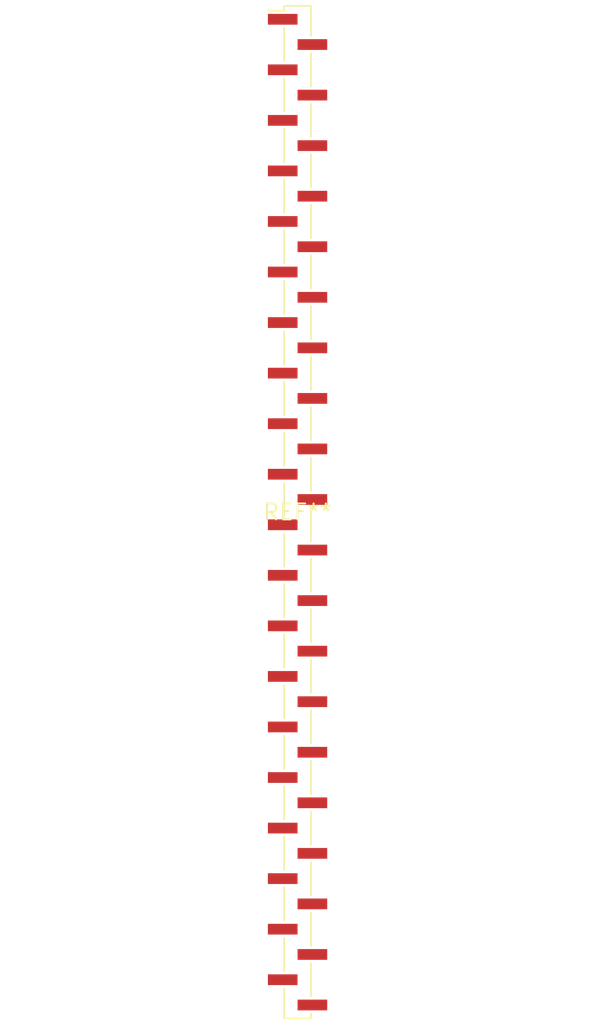
<source format=kicad_pcb>
(kicad_pcb (version 20240108) (generator pcbnew)
  (layers (0 "F.Cu" signal) (31 "B.Cu" signal) (34 "B.Paste" user) (35 "F.Paste" user) (36 "B.SilkS" user "B.Silkscreen") (37 "F.SilkS" user "F.Silkscreen") (38 "B.Mask" user) (39 "F.Mask" user) (44 "Edge.Cuts" user))
  (net 0 "")
  (footprint "PinHeader_1x40_P2.00mm_Vertical_SMD_Pin1Left" (layer "F.Cu") (at 0 0)
    (property "Reference" "REF**")
    (property "Value" "PinHeader_1x40_P2.00mm_Vertical_SMD_Pin1Left")
    (fp_line (start -1.06 -40.06) (end -1.06 -39.685) (layer "F.SilkS") (stroke (width 0.12)))
    (fp_line (start -1.06 -40.06) (end 1.06 -40.06) (layer "F.SilkS") (stroke (width 0.12)))
    (fp_line (start -1.06 -39.685) (end -2.29 -39.685) (layer "F.SilkS") (stroke (width 0.12)))
    (fp_line (start -1.06 -38.315) (end -1.06 -35.685) (layer "F.SilkS") (stroke (width 0.12)))
    (fp_line (start -1.06 -34.315) (end -1.06 -31.685) (layer "F.SilkS") (stroke (width 0.12)))
    (fp_line (start -1.06 -30.315) (end -1.06 -27.685) (layer "F.SilkS") (stroke (width 0.12)))
    (fp_line (start -1.06 -26.315) (end -1.06 -23.685) (layer "F.SilkS") (stroke (width 0.12)))
    (fp_line (start -1.06 -22.315) (end -1.06 -19.685) (layer "F.SilkS") (stroke (width 0.12)))
    (fp_line (start -1.06 -18.315) (end -1.06 -15.685) (layer "F.SilkS") (stroke (width 0.12)))
    (fp_line (start -1.06 -14.315) (end -1.06 -11.685) (layer "F.SilkS") (stroke (width 0.12)))
    (fp_line (start -1.06 -10.315) (end -1.06 -7.685) (layer "F.SilkS") (stroke (width 0.12)))
    (fp_line (start -1.06 -6.315) (end -1.06 -3.685) (layer "F.SilkS") (stroke (width 0.12)))
    (fp_line (start -1.06 -2.315) (end -1.06 0.315) (layer "F.SilkS") (stroke (width 0.12)))
    (fp_line (start -1.06 1.685) (end -1.06 4.315) (layer "F.SilkS") (stroke (width 0.12)))
    (fp_line (start -1.06 5.685) (end -1.06 8.315) (layer "F.SilkS") (stroke (width 0.12)))
    (fp_line (start -1.06 9.685) (end -1.06 12.315) (layer "F.SilkS") (stroke (width 0.12)))
    (fp_line (start -1.06 13.685) (end -1.06 16.315) (layer "F.SilkS") (stroke (width 0.12)))
    (fp_line (start -1.06 17.685) (end -1.06 20.315) (layer "F.SilkS") (stroke (width 0.12)))
    (fp_line (start -1.06 21.685) (end -1.06 24.315) (layer "F.SilkS") (stroke (width 0.12)))
    (fp_line (start -1.06 25.685) (end -1.06 28.315) (layer "F.SilkS") (stroke (width 0.12)))
    (fp_line (start -1.06 29.685) (end -1.06 32.315) (layer "F.SilkS") (stroke (width 0.12)))
    (fp_line (start -1.06 33.685) (end -1.06 36.315) (layer "F.SilkS") (stroke (width 0.12)))
    (fp_line (start -1.06 37.685) (end -1.06 40.06) (layer "F.SilkS") (stroke (width 0.12)))
    (fp_line (start -1.06 40.06) (end 1.06 40.06) (layer "F.SilkS") (stroke (width 0.12)))
    (fp_line (start 1.06 -40.06) (end 1.06 -37.685) (layer "F.SilkS") (stroke (width 0.12)))
    (fp_line (start 1.06 -36.315) (end 1.06 -33.685) (layer "F.SilkS") (stroke (width 0.12)))
    (fp_line (start 1.06 -32.315) (end 1.06 -29.685) (layer "F.SilkS") (stroke (width 0.12)))
    (fp_line (start 1.06 -28.315) (end 1.06 -25.685) (layer "F.SilkS") (stroke (width 0.12)))
    (fp_line (start 1.06 -24.315) (end 1.06 -21.685) (layer "F.SilkS") (stroke (width 0.12)))
    (fp_line (start 1.06 -20.315) (end 1.06 -17.685) (layer "F.SilkS") (stroke (width 0.12)))
    (fp_line (start 1.06 -16.315) (end 1.06 -13.685) (layer "F.SilkS") (stroke (width 0.12)))
    (fp_line (start 1.06 -12.315) (end 1.06 -9.685) (layer "F.SilkS") (stroke (width 0.12)))
    (fp_line (start 1.06 -8.315) (end 1.06 -5.685) (layer "F.SilkS") (stroke (width 0.12)))
    (fp_line (start 1.06 -4.315) (end 1.06 -1.685) (layer "F.SilkS") (stroke (width 0.12)))
    (fp_line (start 1.06 -0.315) (end 1.06 2.315) (layer "F.SilkS") (stroke (width 0.12)))
    (fp_line (start 1.06 3.685) (end 1.06 6.315) (layer "F.SilkS") (stroke (width 0.12)))
    (fp_line (start 1.06 7.685) (end 1.06 10.315) (layer "F.SilkS") (stroke (width 0.12)))
    (fp_line (start 1.06 11.685) (end 1.06 14.315) (layer "F.SilkS") (stroke (width 0.12)))
    (fp_line (start 1.06 15.685) (end 1.06 18.315) (layer "F.SilkS") (stroke (width 0.12)))
    (fp_line (start 1.06 19.685) (end 1.06 22.315) (layer "F.SilkS") (stroke (width 0.12)))
    (fp_line (start 1.06 23.685) (end 1.06 26.315) (layer "F.SilkS") (stroke (width 0.12)))
    (fp_line (start 1.06 27.685) (end 1.06 30.315) (layer "F.SilkS") (stroke (width 0.12)))
    (fp_line (start 1.06 31.685) (end 1.06 34.315) (layer "F.SilkS") (stroke (width 0.12)))
    (fp_line (start 1.06 35.685) (end 1.06 38.315) (layer "F.SilkS") (stroke (width 0.12)))
    (fp_line (start 1.06 39.685) (end 1.06 40.06) (layer "F.SilkS") (stroke (width 0.12)))
    (pad "1" smd rect (at -1.175 -39) (size 2.35 0.85) (layers "F.Cu" "F.Paste" "F.Mask"))
    (pad "2" smd rect (at 1.175 -37) (size 2.35 0.85) (layers "F.Cu" "F.Paste" "F.Mask"))
    (pad "3" smd rect (at -1.175 -35) (size 2.35 0.85) (layers "F.Cu" "F.Paste" "F.Mask"))
    (pad "4" smd rect (at 1.175 -33) (size 2.35 0.85) (layers "F.Cu" "F.Paste" "F.Mask"))
    (pad "5" smd rect (at -1.175 -31) (size 2.35 0.85) (layers "F.Cu" "F.Paste" "F.Mask"))
    (pad "6" smd rect (at 1.175 -29) (size 2.35 0.85) (layers "F.Cu" "F.Paste" "F.Mask"))
    (pad "7" smd rect (at -1.175 -27) (size 2.35 0.85) (layers "F.Cu" "F.Paste" "F.Mask"))
    (pad "8" smd rect (at 1.175 -25) (size 2.35 0.85) (layers "F.Cu" "F.Paste" "F.Mask"))
    (pad "9" smd rect (at -1.175 -23) (size 2.35 0.85) (layers "F.Cu" "F.Paste" "F.Mask"))
    (pad "10" smd rect (at 1.175 -21) (size 2.35 0.85) (layers "F.Cu" "F.Paste" "F.Mask"))
    (pad "11" smd rect (at -1.175 -19) (size 2.35 0.85) (layers "F.Cu" "F.Paste" "F.Mask"))
    (pad "12" smd rect (at 1.175 -17) (size 2.35 0.85) (layers "F.Cu" "F.Paste" "F.Mask"))
    (pad "13" smd rect (at -1.175 -15) (size 2.35 0.85) (layers "F.Cu" "F.Paste" "F.Mask"))
    (pad "14" smd rect (at 1.175 -13) (size 2.35 0.85) (layers "F.Cu" "F.Paste" "F.Mask"))
    (pad "15" smd rect (at -1.175 -11) (size 2.35 0.85) (layers "F.Cu" "F.Paste" "F.Mask"))
    (pad "16" smd rect (at 1.175 -9) (size 2.35 0.85) (layers "F.Cu" "F.Paste" "F.Mask"))
    (pad "17" smd rect (at -1.175 -7) (size 2.35 0.85) (layers "F.Cu" "F.Paste" "F.Mask"))
    (pad "18" smd rect (at 1.175 -5) (size 2.35 0.85) (layers "F.Cu" "F.Paste" "F.Mask"))
    (pad "19" smd rect (at -1.175 -3) (size 2.35 0.85) (layers "F.Cu" "F.Paste" "F.Mask"))
    (pad "20" smd rect (at 1.175 -1) (size 2.35 0.85) (layers "F.Cu" "F.Paste" "F.Mask"))
    (pad "21" smd rect (at -1.175 1) (size 2.35 0.85) (layers "F.Cu" "F.Paste" "F.Mask"))
    (pad "22" smd rect (at 1.175 3) (size 2.35 0.85) (layers "F.Cu" "F.Paste" "F.Mask"))
    (pad "23" smd rect (at -1.175 5) (size 2.35 0.85) (layers "F.Cu" "F.Paste" "F.Mask"))
    (pad "24" smd rect (at 1.175 7) (size 2.35 0.85) (layers "F.Cu" "F.Paste" "F.Mask"))
    (pad "25" smd rect (at -1.175 9) (size 2.35 0.85) (layers "F.Cu" "F.Paste" "F.Mask"))
    (pad "26" smd rect (at 1.175 11) (size 2.35 0.85) (layers "F.Cu" "F.Paste" "F.Mask"))
    (pad "27" smd rect (at -1.175 13) (size 2.35 0.85) (layers "F.Cu" "F.Paste" "F.Mask"))
    (pad "28" smd rect (at 1.175 15) (size 2.35 0.85) (layers "F.Cu" "F.Paste" "F.Mask"))
    (pad "29" smd rect (at -1.175 17) (size 2.35 0.85) (layers "F.Cu" "F.Paste" "F.Mask"))
    (pad "30" smd rect (at 1.175 19) (size 2.35 0.85) (layers "F.Cu" "F.Paste" "F.Mask"))
    (pad "31" smd rect (at -1.175 21) (size 2.35 0.85) (layers "F.Cu" "F.Paste" "F.Mask"))
    (pad "32" smd rect (at 1.175 23) (size 2.35 0.85) (layers "F.Cu" "F.Paste" "F.Mask"))
    (pad "33" smd rect (at -1.175 25) (size 2.35 0.85) (layers "F.Cu" "F.Paste" "F.Mask"))
    (pad "34" smd rect (at 1.175 27) (size 2.35 0.85) (layers "F.Cu" "F.Paste" "F.Mask"))
    (pad "35" smd rect (at -1.175 29) (size 2.35 0.85) (layers "F.Cu" "F.Paste" "F.Mask"))
    (pad "36" smd rect (at 1.175 31) (size 2.35 0.85) (layers "F.Cu" "F.Paste" "F.Mask"))
    (pad "37" smd rect (at -1.175 33) (size 2.35 0.85) (layers "F.Cu" "F.Paste" "F.Mask"))
    (pad "38" smd rect (at 1.175 35) (size 2.35 0.85) (layers "F.Cu" "F.Paste" "F.Mask"))
    (pad "39" smd rect (at -1.175 37) (size 2.35 0.85) (layers "F.Cu" "F.Paste" "F.Mask"))
    (pad "40" smd rect (at 1.175 39) (size 2.35 0.85) (layers "F.Cu" "F.Paste" "F.Mask"))
  )
)
</source>
